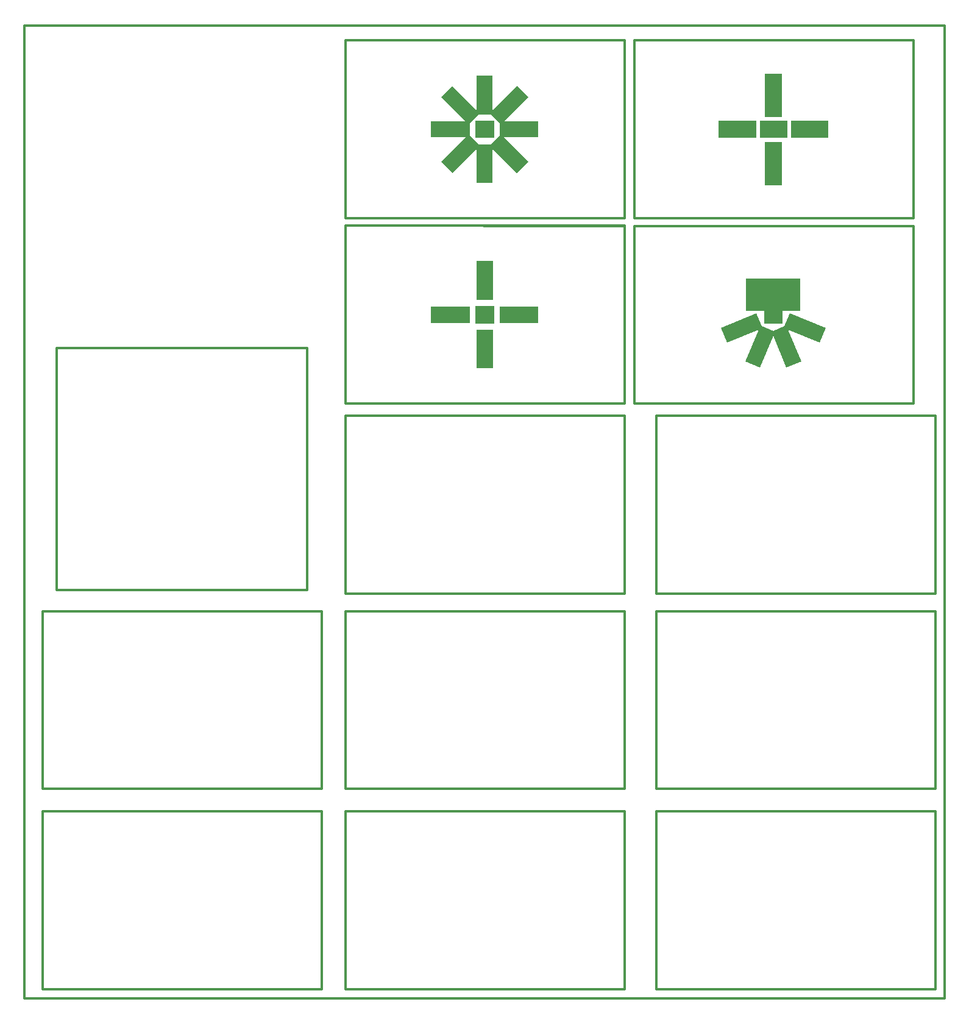
<source format=gko>
G04*
G04 #@! TF.GenerationSoftware,Altium Limited,Altium Designer,20.0.1 (14)*
G04*
G04 Layer_Color=16711935*
%FSTAX24Y24*%
%MOIN*%
G70*
G01*
G75*
%ADD16C,0.0118*%
G36*
X035701Y062969D02*
X037037Y064305D01*
X037649Y063693D01*
X036315Y062359D01*
X038201Y062359D01*
X038201Y061493D01*
X036311Y061493D01*
X037647Y060157D01*
X037035Y059544D01*
X035701Y060878D01*
X035701Y058993D01*
X034835Y058993D01*
X034835Y060883D01*
X033499Y059547D01*
X032886Y060159D01*
X03422Y061493D01*
X032335Y061493D01*
X032335Y062359D01*
X034224Y062359D01*
X032888Y063695D01*
X033501Y064307D01*
X034835Y062974D01*
X034835Y064859D01*
X035701Y064859D01*
X035701Y062969D01*
D02*
G37*
G36*
X051535Y062615D02*
X050593D01*
X050593Y064977D01*
X051535D01*
X051535Y062615D01*
D02*
G37*
G36*
X054057Y061454D02*
X05201Y061454D01*
Y062396D01*
X054057Y062396D01*
Y061454D01*
D02*
G37*
G36*
X051813D02*
X050317Y061454D01*
Y062396D01*
X051813Y062396D01*
Y061454D01*
D02*
G37*
G36*
X05012D02*
X048073Y061454D01*
Y062396D01*
X05012Y062396D01*
Y061454D01*
D02*
G37*
G36*
X051537Y058875D02*
X050594D01*
X050594Y061237D01*
X051537D01*
X051537Y058875D01*
D02*
G37*
G36*
X03572Y052595D02*
X034815Y052595D01*
X034815Y054721D01*
X03572Y054721D01*
X03572Y052595D01*
D02*
G37*
G36*
X038201Y051335D02*
X036075Y051335D01*
X036075Y052241D01*
X038201Y052241D01*
X038201Y051335D01*
D02*
G37*
G36*
X034461D02*
X032335Y051335D01*
X032335Y052241D01*
X034461Y052241D01*
X034461Y051335D01*
D02*
G37*
G36*
X052522Y052005D02*
X050553Y052005D01*
X051557Y052005D01*
X051557Y051296D01*
X050553Y051296D01*
X050553Y052005D01*
X049569Y052005D01*
X049569Y053776D01*
X052522Y053776D01*
X052522Y052005D01*
D02*
G37*
G36*
X03578Y051296D02*
X034756Y051296D01*
X034756Y05228D01*
X03578Y05228D01*
X03578Y051296D01*
D02*
G37*
G36*
X050434Y051167D02*
X051062Y050907D01*
X051671Y051159D01*
X051966Y051871D01*
X05393Y051058D01*
X053597Y050254D01*
X051856Y050975D01*
X052577Y049233D01*
X051774Y048901D01*
X05105Y050647D01*
X05033Y048909D01*
X049526Y049242D01*
X050244Y050974D01*
X04851Y050256D01*
X048177Y05106D01*
X050141Y051873D01*
X050434Y051167D01*
D02*
G37*
G36*
X03572Y048855D02*
X034815Y048855D01*
X034815Y050981D01*
X03572Y050981D01*
X03572Y048855D01*
D02*
G37*
%LPC*%
G36*
X035602Y062733D02*
X034933Y062733D01*
X034461Y062261D01*
X034461Y061591D01*
X034933Y061119D01*
X035602Y061119D01*
X036075Y061591D01*
X036075Y062261D01*
X035602Y062733D01*
D02*
G37*
%LPD*%
G36*
X03578Y061454D02*
X034756Y061454D01*
X034756Y062398D01*
X03578Y062398D01*
X03578Y061454D01*
D02*
G37*
D16*
X060423Y067595D02*
X060433Y067605D01*
X042923Y046936D02*
Y053127D01*
X027657Y046936D02*
X042923D01*
X027657D02*
Y05666D01*
X042923D01*
Y053127D02*
Y05666D01*
X027657D02*
X042856Y056652D01*
X027657Y066798D02*
X042856Y06679D01*
X042923Y063265D02*
Y066798D01*
X027657D02*
X042923D01*
X027657Y057074D02*
Y066798D01*
Y057074D02*
X042923D01*
Y063265D01*
X043455Y066798D02*
X058653Y06679D01*
X05872Y063265D02*
Y066798D01*
X043455D02*
X05872D01*
X043455Y057074D02*
Y066798D01*
Y057074D02*
X05872D01*
Y063265D01*
X043446Y05665D02*
X058644Y056642D01*
X058712Y053117D02*
Y05665D01*
X043446D02*
X058712D01*
X043446Y046926D02*
Y05665D01*
Y046926D02*
X058712D01*
Y053117D01*
X010079Y067605D02*
X025886Y067605D01*
X010079D02*
X010079Y014396D01*
X060423D01*
X060423Y067595D02*
X060423Y014396D01*
X025886Y067605D02*
X060433D01*
X044654Y024643D02*
X059852Y024634D01*
X059919Y014918D02*
Y024643D01*
X044654D02*
X059919D01*
X044654Y014918D02*
Y024643D01*
Y014918D02*
X059919D01*
X044654Y025855D02*
X059919D01*
X044654D02*
Y03558D01*
X059919D01*
Y025855D02*
Y03558D01*
X044654D02*
X059852Y035571D01*
X059919Y03654D02*
Y046265D01*
X044654D02*
X059919D01*
X044654Y03654D02*
Y046265D01*
Y03654D02*
X059919D01*
X042931Y03654D02*
Y042731D01*
X027665Y03654D02*
X042931D01*
X027665D02*
Y046265D01*
X042931D01*
Y042731D02*
Y046265D01*
X027665Y046256D02*
X042864Y046256D01*
X027665Y024643D02*
X042864Y024634D01*
X042931Y021109D02*
Y024643D01*
X027665D02*
X042931D01*
X027665Y014918D02*
Y024643D01*
Y014918D02*
X042931D01*
Y021109D01*
Y025855D02*
Y032046D01*
X027665Y025855D02*
X042931D01*
X027665D02*
Y03558D01*
X042931D01*
Y032046D02*
Y03558D01*
X027665Y035571D02*
X042864Y035571D01*
X026356Y014918D02*
Y021109D01*
X011091Y014918D02*
X026356D01*
X011091D02*
Y024643D01*
X026356D01*
Y021109D02*
Y024643D01*
X011091Y024634D02*
X026289Y024634D01*
X011091Y03558D02*
X026289Y035571D01*
X011858Y049979D02*
X025549Y049979D01*
Y036737D02*
Y049979D01*
X011858Y036737D02*
X025549D01*
X011858Y049979D02*
X011858Y036737D01*
X026356Y032046D02*
Y03558D01*
X011091D02*
X026356D01*
X011091Y025855D02*
Y03558D01*
Y025855D02*
X026356D01*
Y032046D01*
M02*

</source>
